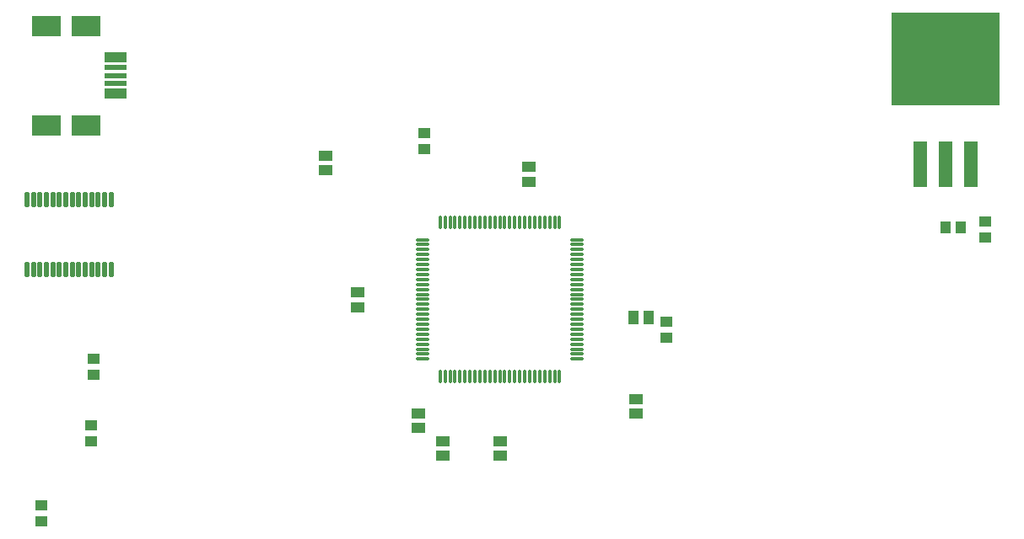
<source format=gtp>
%FSTAX44Y44*%
%MOMM*%
%SFA1B1*%

%IPPOS*%
%ADD10R,1.299997X0.999998*%
%ADD11O,0.299999X1.499997*%
%ADD12O,1.499997X0.299999*%
%ADD13R,1.349997X4.599991*%
%ADD14R,10.799978X9.399981*%
%ADD15R,1.399997X1.099998*%
%ADD16R,1.099998X1.399997*%
%ADD17R,0.999998X1.299997*%
%ADD18O,0.499999X1.599997*%
%ADD19R,2.249995X0.999998*%
%ADD20R,2.249995X0.499999*%
%ADD21R,2.899994X1.999996*%
%LNpcbat2560ver1-1*%
%LPD*%
G54D10*
X00418999Y00528999D03*
Y00544999D03*
X00661999Y00354999D03*
Y00338999D03*
X00982499Y00439499D03*
Y00455499D03*
X00084999Y00250499D03*
Y00234499D03*
X00034999Y00170499D03*
Y00154499D03*
X00087499Y00301999D03*
Y00317999D03*
G54D11*
X00434999Y00454999D03*
X00439999D03*
X00444999D03*
X00449999D03*
X00454999D03*
X00459999D03*
X00464999D03*
X00469999D03*
X00474999D03*
X00479999D03*
X00484999D03*
X00489999D03*
X00494999D03*
X00499999D03*
X00504999D03*
X00509999D03*
X00514999D03*
X00519999D03*
X00524999D03*
X00529999D03*
X00534999D03*
X00539999D03*
X00544999D03*
X00549999D03*
X00554999D03*
Y00299999D03*
X00549999D03*
X00544999D03*
X00539999D03*
X00534999D03*
X00529999D03*
X00524999D03*
X00519999D03*
X00514999D03*
X00509999D03*
X00504999D03*
X00499999D03*
X00494999D03*
X00489999D03*
X00484999D03*
X00479999D03*
X00474999D03*
X00469999D03*
X00464999D03*
X00459999D03*
X00454999D03*
X00449999D03*
X00444999D03*
X00439999D03*
X00434999D03*
G54D12*
X00572499Y00437499D03*
Y00432499D03*
Y00427499D03*
Y00422499D03*
Y00417499D03*
Y00412499D03*
Y00407499D03*
Y00402499D03*
Y00397499D03*
Y00392499D03*
Y00387499D03*
Y00382499D03*
Y00377499D03*
Y00372499D03*
Y00367499D03*
Y00362499D03*
Y00357499D03*
Y00352499D03*
Y00347499D03*
Y00342499D03*
Y00337499D03*
Y00332499D03*
Y00327499D03*
Y00322499D03*
Y003175D03*
X00417499D03*
Y00322499D03*
Y00327499D03*
Y00332499D03*
Y00337499D03*
Y00342499D03*
Y00347499D03*
Y00352499D03*
Y00357499D03*
Y00362499D03*
Y00367499D03*
Y00372499D03*
Y00377499D03*
Y00382499D03*
Y00387499D03*
Y00392499D03*
Y00397499D03*
Y00402499D03*
Y00407499D03*
Y00412499D03*
Y00417499D03*
Y00422499D03*
Y00427499D03*
Y00432499D03*
Y00437499D03*
G54D13*
X00967999Y00512999D03*
X00942599D03*
X00917199D03*
G54D14*
X00942599Y00618999D03*
G54D15*
X00320499Y00506999D03*
Y00521999D03*
X00412999Y00247999D03*
Y00262999D03*
X00351999Y00369499D03*
Y00384499D03*
X00523999Y00495499D03*
Y00510499D03*
X00495399Y00234999D03*
Y00219999D03*
X00437499Y00234999D03*
Y00219999D03*
X00631999Y00262499D03*
Y00277499D03*
G54D16*
X00629499Y00359499D03*
X00644499D03*
G54D17*
X00957999Y00449999D03*
X00941999D03*
G54D18*
X00104749Y00477749D03*
X00098249D03*
X00091749D03*
X00085249D03*
X00078749D03*
X00072249D03*
X00065749D03*
X00059249D03*
X00052749D03*
X00046249D03*
X00039749D03*
X00033249D03*
X00026749D03*
X00020249D03*
X00104749Y00407249D03*
X00098249D03*
X00091749D03*
X00085249D03*
X00078749D03*
X00072249D03*
X00065749D03*
X00059249D03*
X00052749D03*
X00046249D03*
X00039749D03*
X00033249D03*
X00026749D03*
X00020249D03*
G54D19*
X00108999Y00620499D03*
Y00584499D03*
G54D20*
X00108999Y00610499D03*
Y00602499D03*
Y00594499D03*
G54D21*
X00079999Y00652499D03*
X00039999D03*
Y00552499D03*
X00079999D03*
M02*
</source>
